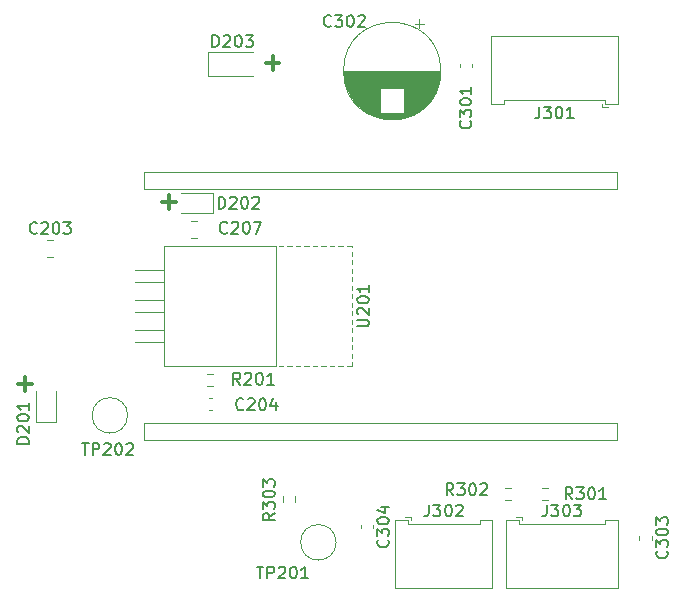
<source format=gbr>
%TF.GenerationSoftware,KiCad,Pcbnew,9.0.4*%
%TF.CreationDate,2025-12-07T20:14:20+01:00*%
%TF.ProjectId,bluebox,626c7565-626f-4782-9e6b-696361645f70,rev?*%
%TF.SameCoordinates,Original*%
%TF.FileFunction,Legend,Top*%
%TF.FilePolarity,Positive*%
%FSLAX46Y46*%
G04 Gerber Fmt 4.6, Leading zero omitted, Abs format (unit mm)*
G04 Created by KiCad (PCBNEW 9.0.4) date 2025-12-07 20:14:20*
%MOMM*%
%LPD*%
G01*
G04 APERTURE LIST*
%ADD10C,0.300000*%
%ADD11C,0.150000*%
%ADD12C,0.120000*%
G04 APERTURE END LIST*
D10*
X154554510Y-79429400D02*
X155697368Y-79429400D01*
X155125939Y-80000828D02*
X155125939Y-78857971D01*
X145804510Y-91179400D02*
X146947368Y-91179400D01*
X146375939Y-91750828D02*
X146375939Y-90607971D01*
X133604510Y-106579400D02*
X134747368Y-106579400D01*
X134175939Y-107150828D02*
X134175939Y-106007971D01*
D11*
X170430952Y-116004819D02*
X170097619Y-115528628D01*
X169859524Y-116004819D02*
X169859524Y-115004819D01*
X169859524Y-115004819D02*
X170240476Y-115004819D01*
X170240476Y-115004819D02*
X170335714Y-115052438D01*
X170335714Y-115052438D02*
X170383333Y-115100057D01*
X170383333Y-115100057D02*
X170430952Y-115195295D01*
X170430952Y-115195295D02*
X170430952Y-115338152D01*
X170430952Y-115338152D02*
X170383333Y-115433390D01*
X170383333Y-115433390D02*
X170335714Y-115481009D01*
X170335714Y-115481009D02*
X170240476Y-115528628D01*
X170240476Y-115528628D02*
X169859524Y-115528628D01*
X170764286Y-115004819D02*
X171383333Y-115004819D01*
X171383333Y-115004819D02*
X171050000Y-115385771D01*
X171050000Y-115385771D02*
X171192857Y-115385771D01*
X171192857Y-115385771D02*
X171288095Y-115433390D01*
X171288095Y-115433390D02*
X171335714Y-115481009D01*
X171335714Y-115481009D02*
X171383333Y-115576247D01*
X171383333Y-115576247D02*
X171383333Y-115814342D01*
X171383333Y-115814342D02*
X171335714Y-115909580D01*
X171335714Y-115909580D02*
X171288095Y-115957200D01*
X171288095Y-115957200D02*
X171192857Y-116004819D01*
X171192857Y-116004819D02*
X170907143Y-116004819D01*
X170907143Y-116004819D02*
X170811905Y-115957200D01*
X170811905Y-115957200D02*
X170764286Y-115909580D01*
X172002381Y-115004819D02*
X172097619Y-115004819D01*
X172097619Y-115004819D02*
X172192857Y-115052438D01*
X172192857Y-115052438D02*
X172240476Y-115100057D01*
X172240476Y-115100057D02*
X172288095Y-115195295D01*
X172288095Y-115195295D02*
X172335714Y-115385771D01*
X172335714Y-115385771D02*
X172335714Y-115623866D01*
X172335714Y-115623866D02*
X172288095Y-115814342D01*
X172288095Y-115814342D02*
X172240476Y-115909580D01*
X172240476Y-115909580D02*
X172192857Y-115957200D01*
X172192857Y-115957200D02*
X172097619Y-116004819D01*
X172097619Y-116004819D02*
X172002381Y-116004819D01*
X172002381Y-116004819D02*
X171907143Y-115957200D01*
X171907143Y-115957200D02*
X171859524Y-115909580D01*
X171859524Y-115909580D02*
X171811905Y-115814342D01*
X171811905Y-115814342D02*
X171764286Y-115623866D01*
X171764286Y-115623866D02*
X171764286Y-115385771D01*
X171764286Y-115385771D02*
X171811905Y-115195295D01*
X171811905Y-115195295D02*
X171859524Y-115100057D01*
X171859524Y-115100057D02*
X171907143Y-115052438D01*
X171907143Y-115052438D02*
X172002381Y-115004819D01*
X172716667Y-115100057D02*
X172764286Y-115052438D01*
X172764286Y-115052438D02*
X172859524Y-115004819D01*
X172859524Y-115004819D02*
X173097619Y-115004819D01*
X173097619Y-115004819D02*
X173192857Y-115052438D01*
X173192857Y-115052438D02*
X173240476Y-115100057D01*
X173240476Y-115100057D02*
X173288095Y-115195295D01*
X173288095Y-115195295D02*
X173288095Y-115290533D01*
X173288095Y-115290533D02*
X173240476Y-115433390D01*
X173240476Y-115433390D02*
X172669048Y-116004819D01*
X172669048Y-116004819D02*
X173288095Y-116004819D01*
X150559524Y-91754819D02*
X150559524Y-90754819D01*
X150559524Y-90754819D02*
X150797619Y-90754819D01*
X150797619Y-90754819D02*
X150940476Y-90802438D01*
X150940476Y-90802438D02*
X151035714Y-90897676D01*
X151035714Y-90897676D02*
X151083333Y-90992914D01*
X151083333Y-90992914D02*
X151130952Y-91183390D01*
X151130952Y-91183390D02*
X151130952Y-91326247D01*
X151130952Y-91326247D02*
X151083333Y-91516723D01*
X151083333Y-91516723D02*
X151035714Y-91611961D01*
X151035714Y-91611961D02*
X150940476Y-91707200D01*
X150940476Y-91707200D02*
X150797619Y-91754819D01*
X150797619Y-91754819D02*
X150559524Y-91754819D01*
X151511905Y-90850057D02*
X151559524Y-90802438D01*
X151559524Y-90802438D02*
X151654762Y-90754819D01*
X151654762Y-90754819D02*
X151892857Y-90754819D01*
X151892857Y-90754819D02*
X151988095Y-90802438D01*
X151988095Y-90802438D02*
X152035714Y-90850057D01*
X152035714Y-90850057D02*
X152083333Y-90945295D01*
X152083333Y-90945295D02*
X152083333Y-91040533D01*
X152083333Y-91040533D02*
X152035714Y-91183390D01*
X152035714Y-91183390D02*
X151464286Y-91754819D01*
X151464286Y-91754819D02*
X152083333Y-91754819D01*
X152702381Y-90754819D02*
X152797619Y-90754819D01*
X152797619Y-90754819D02*
X152892857Y-90802438D01*
X152892857Y-90802438D02*
X152940476Y-90850057D01*
X152940476Y-90850057D02*
X152988095Y-90945295D01*
X152988095Y-90945295D02*
X153035714Y-91135771D01*
X153035714Y-91135771D02*
X153035714Y-91373866D01*
X153035714Y-91373866D02*
X152988095Y-91564342D01*
X152988095Y-91564342D02*
X152940476Y-91659580D01*
X152940476Y-91659580D02*
X152892857Y-91707200D01*
X152892857Y-91707200D02*
X152797619Y-91754819D01*
X152797619Y-91754819D02*
X152702381Y-91754819D01*
X152702381Y-91754819D02*
X152607143Y-91707200D01*
X152607143Y-91707200D02*
X152559524Y-91659580D01*
X152559524Y-91659580D02*
X152511905Y-91564342D01*
X152511905Y-91564342D02*
X152464286Y-91373866D01*
X152464286Y-91373866D02*
X152464286Y-91135771D01*
X152464286Y-91135771D02*
X152511905Y-90945295D01*
X152511905Y-90945295D02*
X152559524Y-90850057D01*
X152559524Y-90850057D02*
X152607143Y-90802438D01*
X152607143Y-90802438D02*
X152702381Y-90754819D01*
X153416667Y-90850057D02*
X153464286Y-90802438D01*
X153464286Y-90802438D02*
X153559524Y-90754819D01*
X153559524Y-90754819D02*
X153797619Y-90754819D01*
X153797619Y-90754819D02*
X153892857Y-90802438D01*
X153892857Y-90802438D02*
X153940476Y-90850057D01*
X153940476Y-90850057D02*
X153988095Y-90945295D01*
X153988095Y-90945295D02*
X153988095Y-91040533D01*
X153988095Y-91040533D02*
X153940476Y-91183390D01*
X153940476Y-91183390D02*
X153369048Y-91754819D01*
X153369048Y-91754819D02*
X153988095Y-91754819D01*
X150032524Y-78049819D02*
X150032524Y-77049819D01*
X150032524Y-77049819D02*
X150270619Y-77049819D01*
X150270619Y-77049819D02*
X150413476Y-77097438D01*
X150413476Y-77097438D02*
X150508714Y-77192676D01*
X150508714Y-77192676D02*
X150556333Y-77287914D01*
X150556333Y-77287914D02*
X150603952Y-77478390D01*
X150603952Y-77478390D02*
X150603952Y-77621247D01*
X150603952Y-77621247D02*
X150556333Y-77811723D01*
X150556333Y-77811723D02*
X150508714Y-77906961D01*
X150508714Y-77906961D02*
X150413476Y-78002200D01*
X150413476Y-78002200D02*
X150270619Y-78049819D01*
X150270619Y-78049819D02*
X150032524Y-78049819D01*
X150984905Y-77145057D02*
X151032524Y-77097438D01*
X151032524Y-77097438D02*
X151127762Y-77049819D01*
X151127762Y-77049819D02*
X151365857Y-77049819D01*
X151365857Y-77049819D02*
X151461095Y-77097438D01*
X151461095Y-77097438D02*
X151508714Y-77145057D01*
X151508714Y-77145057D02*
X151556333Y-77240295D01*
X151556333Y-77240295D02*
X151556333Y-77335533D01*
X151556333Y-77335533D02*
X151508714Y-77478390D01*
X151508714Y-77478390D02*
X150937286Y-78049819D01*
X150937286Y-78049819D02*
X151556333Y-78049819D01*
X152175381Y-77049819D02*
X152270619Y-77049819D01*
X152270619Y-77049819D02*
X152365857Y-77097438D01*
X152365857Y-77097438D02*
X152413476Y-77145057D01*
X152413476Y-77145057D02*
X152461095Y-77240295D01*
X152461095Y-77240295D02*
X152508714Y-77430771D01*
X152508714Y-77430771D02*
X152508714Y-77668866D01*
X152508714Y-77668866D02*
X152461095Y-77859342D01*
X152461095Y-77859342D02*
X152413476Y-77954580D01*
X152413476Y-77954580D02*
X152365857Y-78002200D01*
X152365857Y-78002200D02*
X152270619Y-78049819D01*
X152270619Y-78049819D02*
X152175381Y-78049819D01*
X152175381Y-78049819D02*
X152080143Y-78002200D01*
X152080143Y-78002200D02*
X152032524Y-77954580D01*
X152032524Y-77954580D02*
X151984905Y-77859342D01*
X151984905Y-77859342D02*
X151937286Y-77668866D01*
X151937286Y-77668866D02*
X151937286Y-77430771D01*
X151937286Y-77430771D02*
X151984905Y-77240295D01*
X151984905Y-77240295D02*
X152032524Y-77145057D01*
X152032524Y-77145057D02*
X152080143Y-77097438D01*
X152080143Y-77097438D02*
X152175381Y-77049819D01*
X152842048Y-77049819D02*
X153461095Y-77049819D01*
X153461095Y-77049819D02*
X153127762Y-77430771D01*
X153127762Y-77430771D02*
X153270619Y-77430771D01*
X153270619Y-77430771D02*
X153365857Y-77478390D01*
X153365857Y-77478390D02*
X153413476Y-77526009D01*
X153413476Y-77526009D02*
X153461095Y-77621247D01*
X153461095Y-77621247D02*
X153461095Y-77859342D01*
X153461095Y-77859342D02*
X153413476Y-77954580D01*
X153413476Y-77954580D02*
X153365857Y-78002200D01*
X153365857Y-78002200D02*
X153270619Y-78049819D01*
X153270619Y-78049819D02*
X152984905Y-78049819D01*
X152984905Y-78049819D02*
X152889667Y-78002200D01*
X152889667Y-78002200D02*
X152842048Y-77954580D01*
X155304819Y-117519047D02*
X154828628Y-117852380D01*
X155304819Y-118090475D02*
X154304819Y-118090475D01*
X154304819Y-118090475D02*
X154304819Y-117709523D01*
X154304819Y-117709523D02*
X154352438Y-117614285D01*
X154352438Y-117614285D02*
X154400057Y-117566666D01*
X154400057Y-117566666D02*
X154495295Y-117519047D01*
X154495295Y-117519047D02*
X154638152Y-117519047D01*
X154638152Y-117519047D02*
X154733390Y-117566666D01*
X154733390Y-117566666D02*
X154781009Y-117614285D01*
X154781009Y-117614285D02*
X154828628Y-117709523D01*
X154828628Y-117709523D02*
X154828628Y-118090475D01*
X154304819Y-117185713D02*
X154304819Y-116566666D01*
X154304819Y-116566666D02*
X154685771Y-116899999D01*
X154685771Y-116899999D02*
X154685771Y-116757142D01*
X154685771Y-116757142D02*
X154733390Y-116661904D01*
X154733390Y-116661904D02*
X154781009Y-116614285D01*
X154781009Y-116614285D02*
X154876247Y-116566666D01*
X154876247Y-116566666D02*
X155114342Y-116566666D01*
X155114342Y-116566666D02*
X155209580Y-116614285D01*
X155209580Y-116614285D02*
X155257200Y-116661904D01*
X155257200Y-116661904D02*
X155304819Y-116757142D01*
X155304819Y-116757142D02*
X155304819Y-117042856D01*
X155304819Y-117042856D02*
X155257200Y-117138094D01*
X155257200Y-117138094D02*
X155209580Y-117185713D01*
X154304819Y-115947618D02*
X154304819Y-115852380D01*
X154304819Y-115852380D02*
X154352438Y-115757142D01*
X154352438Y-115757142D02*
X154400057Y-115709523D01*
X154400057Y-115709523D02*
X154495295Y-115661904D01*
X154495295Y-115661904D02*
X154685771Y-115614285D01*
X154685771Y-115614285D02*
X154923866Y-115614285D01*
X154923866Y-115614285D02*
X155114342Y-115661904D01*
X155114342Y-115661904D02*
X155209580Y-115709523D01*
X155209580Y-115709523D02*
X155257200Y-115757142D01*
X155257200Y-115757142D02*
X155304819Y-115852380D01*
X155304819Y-115852380D02*
X155304819Y-115947618D01*
X155304819Y-115947618D02*
X155257200Y-116042856D01*
X155257200Y-116042856D02*
X155209580Y-116090475D01*
X155209580Y-116090475D02*
X155114342Y-116138094D01*
X155114342Y-116138094D02*
X154923866Y-116185713D01*
X154923866Y-116185713D02*
X154685771Y-116185713D01*
X154685771Y-116185713D02*
X154495295Y-116138094D01*
X154495295Y-116138094D02*
X154400057Y-116090475D01*
X154400057Y-116090475D02*
X154352438Y-116042856D01*
X154352438Y-116042856D02*
X154304819Y-115947618D01*
X154304819Y-115280951D02*
X154304819Y-114661904D01*
X154304819Y-114661904D02*
X154685771Y-114995237D01*
X154685771Y-114995237D02*
X154685771Y-114852380D01*
X154685771Y-114852380D02*
X154733390Y-114757142D01*
X154733390Y-114757142D02*
X154781009Y-114709523D01*
X154781009Y-114709523D02*
X154876247Y-114661904D01*
X154876247Y-114661904D02*
X155114342Y-114661904D01*
X155114342Y-114661904D02*
X155209580Y-114709523D01*
X155209580Y-114709523D02*
X155257200Y-114757142D01*
X155257200Y-114757142D02*
X155304819Y-114852380D01*
X155304819Y-114852380D02*
X155304819Y-115138094D01*
X155304819Y-115138094D02*
X155257200Y-115233332D01*
X155257200Y-115233332D02*
X155209580Y-115280951D01*
X162274819Y-101709285D02*
X163084342Y-101709285D01*
X163084342Y-101709285D02*
X163179580Y-101661666D01*
X163179580Y-101661666D02*
X163227200Y-101614047D01*
X163227200Y-101614047D02*
X163274819Y-101518809D01*
X163274819Y-101518809D02*
X163274819Y-101328333D01*
X163274819Y-101328333D02*
X163227200Y-101233095D01*
X163227200Y-101233095D02*
X163179580Y-101185476D01*
X163179580Y-101185476D02*
X163084342Y-101137857D01*
X163084342Y-101137857D02*
X162274819Y-101137857D01*
X162370057Y-100709285D02*
X162322438Y-100661666D01*
X162322438Y-100661666D02*
X162274819Y-100566428D01*
X162274819Y-100566428D02*
X162274819Y-100328333D01*
X162274819Y-100328333D02*
X162322438Y-100233095D01*
X162322438Y-100233095D02*
X162370057Y-100185476D01*
X162370057Y-100185476D02*
X162465295Y-100137857D01*
X162465295Y-100137857D02*
X162560533Y-100137857D01*
X162560533Y-100137857D02*
X162703390Y-100185476D01*
X162703390Y-100185476D02*
X163274819Y-100756904D01*
X163274819Y-100756904D02*
X163274819Y-100137857D01*
X162274819Y-99518809D02*
X162274819Y-99423571D01*
X162274819Y-99423571D02*
X162322438Y-99328333D01*
X162322438Y-99328333D02*
X162370057Y-99280714D01*
X162370057Y-99280714D02*
X162465295Y-99233095D01*
X162465295Y-99233095D02*
X162655771Y-99185476D01*
X162655771Y-99185476D02*
X162893866Y-99185476D01*
X162893866Y-99185476D02*
X163084342Y-99233095D01*
X163084342Y-99233095D02*
X163179580Y-99280714D01*
X163179580Y-99280714D02*
X163227200Y-99328333D01*
X163227200Y-99328333D02*
X163274819Y-99423571D01*
X163274819Y-99423571D02*
X163274819Y-99518809D01*
X163274819Y-99518809D02*
X163227200Y-99614047D01*
X163227200Y-99614047D02*
X163179580Y-99661666D01*
X163179580Y-99661666D02*
X163084342Y-99709285D01*
X163084342Y-99709285D02*
X162893866Y-99756904D01*
X162893866Y-99756904D02*
X162655771Y-99756904D01*
X162655771Y-99756904D02*
X162465295Y-99709285D01*
X162465295Y-99709285D02*
X162370057Y-99661666D01*
X162370057Y-99661666D02*
X162322438Y-99614047D01*
X162322438Y-99614047D02*
X162274819Y-99518809D01*
X163274819Y-98233095D02*
X163274819Y-98804523D01*
X163274819Y-98518809D02*
X162274819Y-98518809D01*
X162274819Y-98518809D02*
X162417676Y-98614047D01*
X162417676Y-98614047D02*
X162512914Y-98709285D01*
X162512914Y-98709285D02*
X162560533Y-98804523D01*
X180505952Y-116354819D02*
X180172619Y-115878628D01*
X179934524Y-116354819D02*
X179934524Y-115354819D01*
X179934524Y-115354819D02*
X180315476Y-115354819D01*
X180315476Y-115354819D02*
X180410714Y-115402438D01*
X180410714Y-115402438D02*
X180458333Y-115450057D01*
X180458333Y-115450057D02*
X180505952Y-115545295D01*
X180505952Y-115545295D02*
X180505952Y-115688152D01*
X180505952Y-115688152D02*
X180458333Y-115783390D01*
X180458333Y-115783390D02*
X180410714Y-115831009D01*
X180410714Y-115831009D02*
X180315476Y-115878628D01*
X180315476Y-115878628D02*
X179934524Y-115878628D01*
X180839286Y-115354819D02*
X181458333Y-115354819D01*
X181458333Y-115354819D02*
X181125000Y-115735771D01*
X181125000Y-115735771D02*
X181267857Y-115735771D01*
X181267857Y-115735771D02*
X181363095Y-115783390D01*
X181363095Y-115783390D02*
X181410714Y-115831009D01*
X181410714Y-115831009D02*
X181458333Y-115926247D01*
X181458333Y-115926247D02*
X181458333Y-116164342D01*
X181458333Y-116164342D02*
X181410714Y-116259580D01*
X181410714Y-116259580D02*
X181363095Y-116307200D01*
X181363095Y-116307200D02*
X181267857Y-116354819D01*
X181267857Y-116354819D02*
X180982143Y-116354819D01*
X180982143Y-116354819D02*
X180886905Y-116307200D01*
X180886905Y-116307200D02*
X180839286Y-116259580D01*
X182077381Y-115354819D02*
X182172619Y-115354819D01*
X182172619Y-115354819D02*
X182267857Y-115402438D01*
X182267857Y-115402438D02*
X182315476Y-115450057D01*
X182315476Y-115450057D02*
X182363095Y-115545295D01*
X182363095Y-115545295D02*
X182410714Y-115735771D01*
X182410714Y-115735771D02*
X182410714Y-115973866D01*
X182410714Y-115973866D02*
X182363095Y-116164342D01*
X182363095Y-116164342D02*
X182315476Y-116259580D01*
X182315476Y-116259580D02*
X182267857Y-116307200D01*
X182267857Y-116307200D02*
X182172619Y-116354819D01*
X182172619Y-116354819D02*
X182077381Y-116354819D01*
X182077381Y-116354819D02*
X181982143Y-116307200D01*
X181982143Y-116307200D02*
X181934524Y-116259580D01*
X181934524Y-116259580D02*
X181886905Y-116164342D01*
X181886905Y-116164342D02*
X181839286Y-115973866D01*
X181839286Y-115973866D02*
X181839286Y-115735771D01*
X181839286Y-115735771D02*
X181886905Y-115545295D01*
X181886905Y-115545295D02*
X181934524Y-115450057D01*
X181934524Y-115450057D02*
X181982143Y-115402438D01*
X181982143Y-115402438D02*
X182077381Y-115354819D01*
X183363095Y-116354819D02*
X182791667Y-116354819D01*
X183077381Y-116354819D02*
X183077381Y-115354819D01*
X183077381Y-115354819D02*
X182982143Y-115497676D01*
X182982143Y-115497676D02*
X182886905Y-115592914D01*
X182886905Y-115592914D02*
X182791667Y-115640533D01*
X178334285Y-116804819D02*
X178334285Y-117519104D01*
X178334285Y-117519104D02*
X178286666Y-117661961D01*
X178286666Y-117661961D02*
X178191428Y-117757200D01*
X178191428Y-117757200D02*
X178048571Y-117804819D01*
X178048571Y-117804819D02*
X177953333Y-117804819D01*
X178715238Y-116804819D02*
X179334285Y-116804819D01*
X179334285Y-116804819D02*
X179000952Y-117185771D01*
X179000952Y-117185771D02*
X179143809Y-117185771D01*
X179143809Y-117185771D02*
X179239047Y-117233390D01*
X179239047Y-117233390D02*
X179286666Y-117281009D01*
X179286666Y-117281009D02*
X179334285Y-117376247D01*
X179334285Y-117376247D02*
X179334285Y-117614342D01*
X179334285Y-117614342D02*
X179286666Y-117709580D01*
X179286666Y-117709580D02*
X179239047Y-117757200D01*
X179239047Y-117757200D02*
X179143809Y-117804819D01*
X179143809Y-117804819D02*
X178858095Y-117804819D01*
X178858095Y-117804819D02*
X178762857Y-117757200D01*
X178762857Y-117757200D02*
X178715238Y-117709580D01*
X179953333Y-116804819D02*
X180048571Y-116804819D01*
X180048571Y-116804819D02*
X180143809Y-116852438D01*
X180143809Y-116852438D02*
X180191428Y-116900057D01*
X180191428Y-116900057D02*
X180239047Y-116995295D01*
X180239047Y-116995295D02*
X180286666Y-117185771D01*
X180286666Y-117185771D02*
X180286666Y-117423866D01*
X180286666Y-117423866D02*
X180239047Y-117614342D01*
X180239047Y-117614342D02*
X180191428Y-117709580D01*
X180191428Y-117709580D02*
X180143809Y-117757200D01*
X180143809Y-117757200D02*
X180048571Y-117804819D01*
X180048571Y-117804819D02*
X179953333Y-117804819D01*
X179953333Y-117804819D02*
X179858095Y-117757200D01*
X179858095Y-117757200D02*
X179810476Y-117709580D01*
X179810476Y-117709580D02*
X179762857Y-117614342D01*
X179762857Y-117614342D02*
X179715238Y-117423866D01*
X179715238Y-117423866D02*
X179715238Y-117185771D01*
X179715238Y-117185771D02*
X179762857Y-116995295D01*
X179762857Y-116995295D02*
X179810476Y-116900057D01*
X179810476Y-116900057D02*
X179858095Y-116852438D01*
X179858095Y-116852438D02*
X179953333Y-116804819D01*
X180620000Y-116804819D02*
X181239047Y-116804819D01*
X181239047Y-116804819D02*
X180905714Y-117185771D01*
X180905714Y-117185771D02*
X181048571Y-117185771D01*
X181048571Y-117185771D02*
X181143809Y-117233390D01*
X181143809Y-117233390D02*
X181191428Y-117281009D01*
X181191428Y-117281009D02*
X181239047Y-117376247D01*
X181239047Y-117376247D02*
X181239047Y-117614342D01*
X181239047Y-117614342D02*
X181191428Y-117709580D01*
X181191428Y-117709580D02*
X181143809Y-117757200D01*
X181143809Y-117757200D02*
X181048571Y-117804819D01*
X181048571Y-117804819D02*
X180762857Y-117804819D01*
X180762857Y-117804819D02*
X180667619Y-117757200D01*
X180667619Y-117757200D02*
X180620000Y-117709580D01*
X160080952Y-76259580D02*
X160033333Y-76307200D01*
X160033333Y-76307200D02*
X159890476Y-76354819D01*
X159890476Y-76354819D02*
X159795238Y-76354819D01*
X159795238Y-76354819D02*
X159652381Y-76307200D01*
X159652381Y-76307200D02*
X159557143Y-76211961D01*
X159557143Y-76211961D02*
X159509524Y-76116723D01*
X159509524Y-76116723D02*
X159461905Y-75926247D01*
X159461905Y-75926247D02*
X159461905Y-75783390D01*
X159461905Y-75783390D02*
X159509524Y-75592914D01*
X159509524Y-75592914D02*
X159557143Y-75497676D01*
X159557143Y-75497676D02*
X159652381Y-75402438D01*
X159652381Y-75402438D02*
X159795238Y-75354819D01*
X159795238Y-75354819D02*
X159890476Y-75354819D01*
X159890476Y-75354819D02*
X160033333Y-75402438D01*
X160033333Y-75402438D02*
X160080952Y-75450057D01*
X160414286Y-75354819D02*
X161033333Y-75354819D01*
X161033333Y-75354819D02*
X160700000Y-75735771D01*
X160700000Y-75735771D02*
X160842857Y-75735771D01*
X160842857Y-75735771D02*
X160938095Y-75783390D01*
X160938095Y-75783390D02*
X160985714Y-75831009D01*
X160985714Y-75831009D02*
X161033333Y-75926247D01*
X161033333Y-75926247D02*
X161033333Y-76164342D01*
X161033333Y-76164342D02*
X160985714Y-76259580D01*
X160985714Y-76259580D02*
X160938095Y-76307200D01*
X160938095Y-76307200D02*
X160842857Y-76354819D01*
X160842857Y-76354819D02*
X160557143Y-76354819D01*
X160557143Y-76354819D02*
X160461905Y-76307200D01*
X160461905Y-76307200D02*
X160414286Y-76259580D01*
X161652381Y-75354819D02*
X161747619Y-75354819D01*
X161747619Y-75354819D02*
X161842857Y-75402438D01*
X161842857Y-75402438D02*
X161890476Y-75450057D01*
X161890476Y-75450057D02*
X161938095Y-75545295D01*
X161938095Y-75545295D02*
X161985714Y-75735771D01*
X161985714Y-75735771D02*
X161985714Y-75973866D01*
X161985714Y-75973866D02*
X161938095Y-76164342D01*
X161938095Y-76164342D02*
X161890476Y-76259580D01*
X161890476Y-76259580D02*
X161842857Y-76307200D01*
X161842857Y-76307200D02*
X161747619Y-76354819D01*
X161747619Y-76354819D02*
X161652381Y-76354819D01*
X161652381Y-76354819D02*
X161557143Y-76307200D01*
X161557143Y-76307200D02*
X161509524Y-76259580D01*
X161509524Y-76259580D02*
X161461905Y-76164342D01*
X161461905Y-76164342D02*
X161414286Y-75973866D01*
X161414286Y-75973866D02*
X161414286Y-75735771D01*
X161414286Y-75735771D02*
X161461905Y-75545295D01*
X161461905Y-75545295D02*
X161509524Y-75450057D01*
X161509524Y-75450057D02*
X161557143Y-75402438D01*
X161557143Y-75402438D02*
X161652381Y-75354819D01*
X162366667Y-75450057D02*
X162414286Y-75402438D01*
X162414286Y-75402438D02*
X162509524Y-75354819D01*
X162509524Y-75354819D02*
X162747619Y-75354819D01*
X162747619Y-75354819D02*
X162842857Y-75402438D01*
X162842857Y-75402438D02*
X162890476Y-75450057D01*
X162890476Y-75450057D02*
X162938095Y-75545295D01*
X162938095Y-75545295D02*
X162938095Y-75640533D01*
X162938095Y-75640533D02*
X162890476Y-75783390D01*
X162890476Y-75783390D02*
X162319048Y-76354819D01*
X162319048Y-76354819D02*
X162938095Y-76354819D01*
X135180952Y-93779580D02*
X135133333Y-93827200D01*
X135133333Y-93827200D02*
X134990476Y-93874819D01*
X134990476Y-93874819D02*
X134895238Y-93874819D01*
X134895238Y-93874819D02*
X134752381Y-93827200D01*
X134752381Y-93827200D02*
X134657143Y-93731961D01*
X134657143Y-93731961D02*
X134609524Y-93636723D01*
X134609524Y-93636723D02*
X134561905Y-93446247D01*
X134561905Y-93446247D02*
X134561905Y-93303390D01*
X134561905Y-93303390D02*
X134609524Y-93112914D01*
X134609524Y-93112914D02*
X134657143Y-93017676D01*
X134657143Y-93017676D02*
X134752381Y-92922438D01*
X134752381Y-92922438D02*
X134895238Y-92874819D01*
X134895238Y-92874819D02*
X134990476Y-92874819D01*
X134990476Y-92874819D02*
X135133333Y-92922438D01*
X135133333Y-92922438D02*
X135180952Y-92970057D01*
X135561905Y-92970057D02*
X135609524Y-92922438D01*
X135609524Y-92922438D02*
X135704762Y-92874819D01*
X135704762Y-92874819D02*
X135942857Y-92874819D01*
X135942857Y-92874819D02*
X136038095Y-92922438D01*
X136038095Y-92922438D02*
X136085714Y-92970057D01*
X136085714Y-92970057D02*
X136133333Y-93065295D01*
X136133333Y-93065295D02*
X136133333Y-93160533D01*
X136133333Y-93160533D02*
X136085714Y-93303390D01*
X136085714Y-93303390D02*
X135514286Y-93874819D01*
X135514286Y-93874819D02*
X136133333Y-93874819D01*
X136752381Y-92874819D02*
X136847619Y-92874819D01*
X136847619Y-92874819D02*
X136942857Y-92922438D01*
X136942857Y-92922438D02*
X136990476Y-92970057D01*
X136990476Y-92970057D02*
X137038095Y-93065295D01*
X137038095Y-93065295D02*
X137085714Y-93255771D01*
X137085714Y-93255771D02*
X137085714Y-93493866D01*
X137085714Y-93493866D02*
X137038095Y-93684342D01*
X137038095Y-93684342D02*
X136990476Y-93779580D01*
X136990476Y-93779580D02*
X136942857Y-93827200D01*
X136942857Y-93827200D02*
X136847619Y-93874819D01*
X136847619Y-93874819D02*
X136752381Y-93874819D01*
X136752381Y-93874819D02*
X136657143Y-93827200D01*
X136657143Y-93827200D02*
X136609524Y-93779580D01*
X136609524Y-93779580D02*
X136561905Y-93684342D01*
X136561905Y-93684342D02*
X136514286Y-93493866D01*
X136514286Y-93493866D02*
X136514286Y-93255771D01*
X136514286Y-93255771D02*
X136561905Y-93065295D01*
X136561905Y-93065295D02*
X136609524Y-92970057D01*
X136609524Y-92970057D02*
X136657143Y-92922438D01*
X136657143Y-92922438D02*
X136752381Y-92874819D01*
X137419048Y-92874819D02*
X138038095Y-92874819D01*
X138038095Y-92874819D02*
X137704762Y-93255771D01*
X137704762Y-93255771D02*
X137847619Y-93255771D01*
X137847619Y-93255771D02*
X137942857Y-93303390D01*
X137942857Y-93303390D02*
X137990476Y-93351009D01*
X137990476Y-93351009D02*
X138038095Y-93446247D01*
X138038095Y-93446247D02*
X138038095Y-93684342D01*
X138038095Y-93684342D02*
X137990476Y-93779580D01*
X137990476Y-93779580D02*
X137942857Y-93827200D01*
X137942857Y-93827200D02*
X137847619Y-93874819D01*
X137847619Y-93874819D02*
X137561905Y-93874819D01*
X137561905Y-93874819D02*
X137466667Y-93827200D01*
X137466667Y-93827200D02*
X137419048Y-93779580D01*
X168339285Y-116804819D02*
X168339285Y-117519104D01*
X168339285Y-117519104D02*
X168291666Y-117661961D01*
X168291666Y-117661961D02*
X168196428Y-117757200D01*
X168196428Y-117757200D02*
X168053571Y-117804819D01*
X168053571Y-117804819D02*
X167958333Y-117804819D01*
X168720238Y-116804819D02*
X169339285Y-116804819D01*
X169339285Y-116804819D02*
X169005952Y-117185771D01*
X169005952Y-117185771D02*
X169148809Y-117185771D01*
X169148809Y-117185771D02*
X169244047Y-117233390D01*
X169244047Y-117233390D02*
X169291666Y-117281009D01*
X169291666Y-117281009D02*
X169339285Y-117376247D01*
X169339285Y-117376247D02*
X169339285Y-117614342D01*
X169339285Y-117614342D02*
X169291666Y-117709580D01*
X169291666Y-117709580D02*
X169244047Y-117757200D01*
X169244047Y-117757200D02*
X169148809Y-117804819D01*
X169148809Y-117804819D02*
X168863095Y-117804819D01*
X168863095Y-117804819D02*
X168767857Y-117757200D01*
X168767857Y-117757200D02*
X168720238Y-117709580D01*
X169958333Y-116804819D02*
X170053571Y-116804819D01*
X170053571Y-116804819D02*
X170148809Y-116852438D01*
X170148809Y-116852438D02*
X170196428Y-116900057D01*
X170196428Y-116900057D02*
X170244047Y-116995295D01*
X170244047Y-116995295D02*
X170291666Y-117185771D01*
X170291666Y-117185771D02*
X170291666Y-117423866D01*
X170291666Y-117423866D02*
X170244047Y-117614342D01*
X170244047Y-117614342D02*
X170196428Y-117709580D01*
X170196428Y-117709580D02*
X170148809Y-117757200D01*
X170148809Y-117757200D02*
X170053571Y-117804819D01*
X170053571Y-117804819D02*
X169958333Y-117804819D01*
X169958333Y-117804819D02*
X169863095Y-117757200D01*
X169863095Y-117757200D02*
X169815476Y-117709580D01*
X169815476Y-117709580D02*
X169767857Y-117614342D01*
X169767857Y-117614342D02*
X169720238Y-117423866D01*
X169720238Y-117423866D02*
X169720238Y-117185771D01*
X169720238Y-117185771D02*
X169767857Y-116995295D01*
X169767857Y-116995295D02*
X169815476Y-116900057D01*
X169815476Y-116900057D02*
X169863095Y-116852438D01*
X169863095Y-116852438D02*
X169958333Y-116804819D01*
X170672619Y-116900057D02*
X170720238Y-116852438D01*
X170720238Y-116852438D02*
X170815476Y-116804819D01*
X170815476Y-116804819D02*
X171053571Y-116804819D01*
X171053571Y-116804819D02*
X171148809Y-116852438D01*
X171148809Y-116852438D02*
X171196428Y-116900057D01*
X171196428Y-116900057D02*
X171244047Y-116995295D01*
X171244047Y-116995295D02*
X171244047Y-117090533D01*
X171244047Y-117090533D02*
X171196428Y-117233390D01*
X171196428Y-117233390D02*
X170625000Y-117804819D01*
X170625000Y-117804819D02*
X171244047Y-117804819D01*
X138985714Y-111604819D02*
X139557142Y-111604819D01*
X139271428Y-112604819D02*
X139271428Y-111604819D01*
X139890476Y-112604819D02*
X139890476Y-111604819D01*
X139890476Y-111604819D02*
X140271428Y-111604819D01*
X140271428Y-111604819D02*
X140366666Y-111652438D01*
X140366666Y-111652438D02*
X140414285Y-111700057D01*
X140414285Y-111700057D02*
X140461904Y-111795295D01*
X140461904Y-111795295D02*
X140461904Y-111938152D01*
X140461904Y-111938152D02*
X140414285Y-112033390D01*
X140414285Y-112033390D02*
X140366666Y-112081009D01*
X140366666Y-112081009D02*
X140271428Y-112128628D01*
X140271428Y-112128628D02*
X139890476Y-112128628D01*
X140842857Y-111700057D02*
X140890476Y-111652438D01*
X140890476Y-111652438D02*
X140985714Y-111604819D01*
X140985714Y-111604819D02*
X141223809Y-111604819D01*
X141223809Y-111604819D02*
X141319047Y-111652438D01*
X141319047Y-111652438D02*
X141366666Y-111700057D01*
X141366666Y-111700057D02*
X141414285Y-111795295D01*
X141414285Y-111795295D02*
X141414285Y-111890533D01*
X141414285Y-111890533D02*
X141366666Y-112033390D01*
X141366666Y-112033390D02*
X140795238Y-112604819D01*
X140795238Y-112604819D02*
X141414285Y-112604819D01*
X142033333Y-111604819D02*
X142128571Y-111604819D01*
X142128571Y-111604819D02*
X142223809Y-111652438D01*
X142223809Y-111652438D02*
X142271428Y-111700057D01*
X142271428Y-111700057D02*
X142319047Y-111795295D01*
X142319047Y-111795295D02*
X142366666Y-111985771D01*
X142366666Y-111985771D02*
X142366666Y-112223866D01*
X142366666Y-112223866D02*
X142319047Y-112414342D01*
X142319047Y-112414342D02*
X142271428Y-112509580D01*
X142271428Y-112509580D02*
X142223809Y-112557200D01*
X142223809Y-112557200D02*
X142128571Y-112604819D01*
X142128571Y-112604819D02*
X142033333Y-112604819D01*
X142033333Y-112604819D02*
X141938095Y-112557200D01*
X141938095Y-112557200D02*
X141890476Y-112509580D01*
X141890476Y-112509580D02*
X141842857Y-112414342D01*
X141842857Y-112414342D02*
X141795238Y-112223866D01*
X141795238Y-112223866D02*
X141795238Y-111985771D01*
X141795238Y-111985771D02*
X141842857Y-111795295D01*
X141842857Y-111795295D02*
X141890476Y-111700057D01*
X141890476Y-111700057D02*
X141938095Y-111652438D01*
X141938095Y-111652438D02*
X142033333Y-111604819D01*
X142747619Y-111700057D02*
X142795238Y-111652438D01*
X142795238Y-111652438D02*
X142890476Y-111604819D01*
X142890476Y-111604819D02*
X143128571Y-111604819D01*
X143128571Y-111604819D02*
X143223809Y-111652438D01*
X143223809Y-111652438D02*
X143271428Y-111700057D01*
X143271428Y-111700057D02*
X143319047Y-111795295D01*
X143319047Y-111795295D02*
X143319047Y-111890533D01*
X143319047Y-111890533D02*
X143271428Y-112033390D01*
X143271428Y-112033390D02*
X142700000Y-112604819D01*
X142700000Y-112604819D02*
X143319047Y-112604819D01*
X177714285Y-83104819D02*
X177714285Y-83819104D01*
X177714285Y-83819104D02*
X177666666Y-83961961D01*
X177666666Y-83961961D02*
X177571428Y-84057200D01*
X177571428Y-84057200D02*
X177428571Y-84104819D01*
X177428571Y-84104819D02*
X177333333Y-84104819D01*
X178095238Y-83104819D02*
X178714285Y-83104819D01*
X178714285Y-83104819D02*
X178380952Y-83485771D01*
X178380952Y-83485771D02*
X178523809Y-83485771D01*
X178523809Y-83485771D02*
X178619047Y-83533390D01*
X178619047Y-83533390D02*
X178666666Y-83581009D01*
X178666666Y-83581009D02*
X178714285Y-83676247D01*
X178714285Y-83676247D02*
X178714285Y-83914342D01*
X178714285Y-83914342D02*
X178666666Y-84009580D01*
X178666666Y-84009580D02*
X178619047Y-84057200D01*
X178619047Y-84057200D02*
X178523809Y-84104819D01*
X178523809Y-84104819D02*
X178238095Y-84104819D01*
X178238095Y-84104819D02*
X178142857Y-84057200D01*
X178142857Y-84057200D02*
X178095238Y-84009580D01*
X179333333Y-83104819D02*
X179428571Y-83104819D01*
X179428571Y-83104819D02*
X179523809Y-83152438D01*
X179523809Y-83152438D02*
X179571428Y-83200057D01*
X179571428Y-83200057D02*
X179619047Y-83295295D01*
X179619047Y-83295295D02*
X179666666Y-83485771D01*
X179666666Y-83485771D02*
X179666666Y-83723866D01*
X179666666Y-83723866D02*
X179619047Y-83914342D01*
X179619047Y-83914342D02*
X179571428Y-84009580D01*
X179571428Y-84009580D02*
X179523809Y-84057200D01*
X179523809Y-84057200D02*
X179428571Y-84104819D01*
X179428571Y-84104819D02*
X179333333Y-84104819D01*
X179333333Y-84104819D02*
X179238095Y-84057200D01*
X179238095Y-84057200D02*
X179190476Y-84009580D01*
X179190476Y-84009580D02*
X179142857Y-83914342D01*
X179142857Y-83914342D02*
X179095238Y-83723866D01*
X179095238Y-83723866D02*
X179095238Y-83485771D01*
X179095238Y-83485771D02*
X179142857Y-83295295D01*
X179142857Y-83295295D02*
X179190476Y-83200057D01*
X179190476Y-83200057D02*
X179238095Y-83152438D01*
X179238095Y-83152438D02*
X179333333Y-83104819D01*
X180619047Y-84104819D02*
X180047619Y-84104819D01*
X180333333Y-84104819D02*
X180333333Y-83104819D01*
X180333333Y-83104819D02*
X180238095Y-83247676D01*
X180238095Y-83247676D02*
X180142857Y-83342914D01*
X180142857Y-83342914D02*
X180047619Y-83390533D01*
X164889580Y-119794047D02*
X164937200Y-119841666D01*
X164937200Y-119841666D02*
X164984819Y-119984523D01*
X164984819Y-119984523D02*
X164984819Y-120079761D01*
X164984819Y-120079761D02*
X164937200Y-120222618D01*
X164937200Y-120222618D02*
X164841961Y-120317856D01*
X164841961Y-120317856D02*
X164746723Y-120365475D01*
X164746723Y-120365475D02*
X164556247Y-120413094D01*
X164556247Y-120413094D02*
X164413390Y-120413094D01*
X164413390Y-120413094D02*
X164222914Y-120365475D01*
X164222914Y-120365475D02*
X164127676Y-120317856D01*
X164127676Y-120317856D02*
X164032438Y-120222618D01*
X164032438Y-120222618D02*
X163984819Y-120079761D01*
X163984819Y-120079761D02*
X163984819Y-119984523D01*
X163984819Y-119984523D02*
X164032438Y-119841666D01*
X164032438Y-119841666D02*
X164080057Y-119794047D01*
X163984819Y-119460713D02*
X163984819Y-118841666D01*
X163984819Y-118841666D02*
X164365771Y-119174999D01*
X164365771Y-119174999D02*
X164365771Y-119032142D01*
X164365771Y-119032142D02*
X164413390Y-118936904D01*
X164413390Y-118936904D02*
X164461009Y-118889285D01*
X164461009Y-118889285D02*
X164556247Y-118841666D01*
X164556247Y-118841666D02*
X164794342Y-118841666D01*
X164794342Y-118841666D02*
X164889580Y-118889285D01*
X164889580Y-118889285D02*
X164937200Y-118936904D01*
X164937200Y-118936904D02*
X164984819Y-119032142D01*
X164984819Y-119032142D02*
X164984819Y-119317856D01*
X164984819Y-119317856D02*
X164937200Y-119413094D01*
X164937200Y-119413094D02*
X164889580Y-119460713D01*
X163984819Y-118222618D02*
X163984819Y-118127380D01*
X163984819Y-118127380D02*
X164032438Y-118032142D01*
X164032438Y-118032142D02*
X164080057Y-117984523D01*
X164080057Y-117984523D02*
X164175295Y-117936904D01*
X164175295Y-117936904D02*
X164365771Y-117889285D01*
X164365771Y-117889285D02*
X164603866Y-117889285D01*
X164603866Y-117889285D02*
X164794342Y-117936904D01*
X164794342Y-117936904D02*
X164889580Y-117984523D01*
X164889580Y-117984523D02*
X164937200Y-118032142D01*
X164937200Y-118032142D02*
X164984819Y-118127380D01*
X164984819Y-118127380D02*
X164984819Y-118222618D01*
X164984819Y-118222618D02*
X164937200Y-118317856D01*
X164937200Y-118317856D02*
X164889580Y-118365475D01*
X164889580Y-118365475D02*
X164794342Y-118413094D01*
X164794342Y-118413094D02*
X164603866Y-118460713D01*
X164603866Y-118460713D02*
X164365771Y-118460713D01*
X164365771Y-118460713D02*
X164175295Y-118413094D01*
X164175295Y-118413094D02*
X164080057Y-118365475D01*
X164080057Y-118365475D02*
X164032438Y-118317856D01*
X164032438Y-118317856D02*
X163984819Y-118222618D01*
X164318152Y-117032142D02*
X164984819Y-117032142D01*
X163937200Y-117270237D02*
X164651485Y-117508332D01*
X164651485Y-117508332D02*
X164651485Y-116889285D01*
X188489580Y-120744047D02*
X188537200Y-120791666D01*
X188537200Y-120791666D02*
X188584819Y-120934523D01*
X188584819Y-120934523D02*
X188584819Y-121029761D01*
X188584819Y-121029761D02*
X188537200Y-121172618D01*
X188537200Y-121172618D02*
X188441961Y-121267856D01*
X188441961Y-121267856D02*
X188346723Y-121315475D01*
X188346723Y-121315475D02*
X188156247Y-121363094D01*
X188156247Y-121363094D02*
X188013390Y-121363094D01*
X188013390Y-121363094D02*
X187822914Y-121315475D01*
X187822914Y-121315475D02*
X187727676Y-121267856D01*
X187727676Y-121267856D02*
X187632438Y-121172618D01*
X187632438Y-121172618D02*
X187584819Y-121029761D01*
X187584819Y-121029761D02*
X187584819Y-120934523D01*
X187584819Y-120934523D02*
X187632438Y-120791666D01*
X187632438Y-120791666D02*
X187680057Y-120744047D01*
X187584819Y-120410713D02*
X187584819Y-119791666D01*
X187584819Y-119791666D02*
X187965771Y-120124999D01*
X187965771Y-120124999D02*
X187965771Y-119982142D01*
X187965771Y-119982142D02*
X188013390Y-119886904D01*
X188013390Y-119886904D02*
X188061009Y-119839285D01*
X188061009Y-119839285D02*
X188156247Y-119791666D01*
X188156247Y-119791666D02*
X188394342Y-119791666D01*
X188394342Y-119791666D02*
X188489580Y-119839285D01*
X188489580Y-119839285D02*
X188537200Y-119886904D01*
X188537200Y-119886904D02*
X188584819Y-119982142D01*
X188584819Y-119982142D02*
X188584819Y-120267856D01*
X188584819Y-120267856D02*
X188537200Y-120363094D01*
X188537200Y-120363094D02*
X188489580Y-120410713D01*
X187584819Y-119172618D02*
X187584819Y-119077380D01*
X187584819Y-119077380D02*
X187632438Y-118982142D01*
X187632438Y-118982142D02*
X187680057Y-118934523D01*
X187680057Y-118934523D02*
X187775295Y-118886904D01*
X187775295Y-118886904D02*
X187965771Y-118839285D01*
X187965771Y-118839285D02*
X188203866Y-118839285D01*
X188203866Y-118839285D02*
X188394342Y-118886904D01*
X188394342Y-118886904D02*
X188489580Y-118934523D01*
X188489580Y-118934523D02*
X188537200Y-118982142D01*
X188537200Y-118982142D02*
X188584819Y-119077380D01*
X188584819Y-119077380D02*
X188584819Y-119172618D01*
X188584819Y-119172618D02*
X188537200Y-119267856D01*
X188537200Y-119267856D02*
X188489580Y-119315475D01*
X188489580Y-119315475D02*
X188394342Y-119363094D01*
X188394342Y-119363094D02*
X188203866Y-119410713D01*
X188203866Y-119410713D02*
X187965771Y-119410713D01*
X187965771Y-119410713D02*
X187775295Y-119363094D01*
X187775295Y-119363094D02*
X187680057Y-119315475D01*
X187680057Y-119315475D02*
X187632438Y-119267856D01*
X187632438Y-119267856D02*
X187584819Y-119172618D01*
X187584819Y-118505951D02*
X187584819Y-117886904D01*
X187584819Y-117886904D02*
X187965771Y-118220237D01*
X187965771Y-118220237D02*
X187965771Y-118077380D01*
X187965771Y-118077380D02*
X188013390Y-117982142D01*
X188013390Y-117982142D02*
X188061009Y-117934523D01*
X188061009Y-117934523D02*
X188156247Y-117886904D01*
X188156247Y-117886904D02*
X188394342Y-117886904D01*
X188394342Y-117886904D02*
X188489580Y-117934523D01*
X188489580Y-117934523D02*
X188537200Y-117982142D01*
X188537200Y-117982142D02*
X188584819Y-118077380D01*
X188584819Y-118077380D02*
X188584819Y-118363094D01*
X188584819Y-118363094D02*
X188537200Y-118458332D01*
X188537200Y-118458332D02*
X188489580Y-118505951D01*
X152380952Y-106654819D02*
X152047619Y-106178628D01*
X151809524Y-106654819D02*
X151809524Y-105654819D01*
X151809524Y-105654819D02*
X152190476Y-105654819D01*
X152190476Y-105654819D02*
X152285714Y-105702438D01*
X152285714Y-105702438D02*
X152333333Y-105750057D01*
X152333333Y-105750057D02*
X152380952Y-105845295D01*
X152380952Y-105845295D02*
X152380952Y-105988152D01*
X152380952Y-105988152D02*
X152333333Y-106083390D01*
X152333333Y-106083390D02*
X152285714Y-106131009D01*
X152285714Y-106131009D02*
X152190476Y-106178628D01*
X152190476Y-106178628D02*
X151809524Y-106178628D01*
X152761905Y-105750057D02*
X152809524Y-105702438D01*
X152809524Y-105702438D02*
X152904762Y-105654819D01*
X152904762Y-105654819D02*
X153142857Y-105654819D01*
X153142857Y-105654819D02*
X153238095Y-105702438D01*
X153238095Y-105702438D02*
X153285714Y-105750057D01*
X153285714Y-105750057D02*
X153333333Y-105845295D01*
X153333333Y-105845295D02*
X153333333Y-105940533D01*
X153333333Y-105940533D02*
X153285714Y-106083390D01*
X153285714Y-106083390D02*
X152714286Y-106654819D01*
X152714286Y-106654819D02*
X153333333Y-106654819D01*
X153952381Y-105654819D02*
X154047619Y-105654819D01*
X154047619Y-105654819D02*
X154142857Y-105702438D01*
X154142857Y-105702438D02*
X154190476Y-105750057D01*
X154190476Y-105750057D02*
X154238095Y-105845295D01*
X154238095Y-105845295D02*
X154285714Y-106035771D01*
X154285714Y-106035771D02*
X154285714Y-106273866D01*
X154285714Y-106273866D02*
X154238095Y-106464342D01*
X154238095Y-106464342D02*
X154190476Y-106559580D01*
X154190476Y-106559580D02*
X154142857Y-106607200D01*
X154142857Y-106607200D02*
X154047619Y-106654819D01*
X154047619Y-106654819D02*
X153952381Y-106654819D01*
X153952381Y-106654819D02*
X153857143Y-106607200D01*
X153857143Y-106607200D02*
X153809524Y-106559580D01*
X153809524Y-106559580D02*
X153761905Y-106464342D01*
X153761905Y-106464342D02*
X153714286Y-106273866D01*
X153714286Y-106273866D02*
X153714286Y-106035771D01*
X153714286Y-106035771D02*
X153761905Y-105845295D01*
X153761905Y-105845295D02*
X153809524Y-105750057D01*
X153809524Y-105750057D02*
X153857143Y-105702438D01*
X153857143Y-105702438D02*
X153952381Y-105654819D01*
X155238095Y-106654819D02*
X154666667Y-106654819D01*
X154952381Y-106654819D02*
X154952381Y-105654819D01*
X154952381Y-105654819D02*
X154857143Y-105797676D01*
X154857143Y-105797676D02*
X154761905Y-105892914D01*
X154761905Y-105892914D02*
X154666667Y-105940533D01*
X151280952Y-93759580D02*
X151233333Y-93807200D01*
X151233333Y-93807200D02*
X151090476Y-93854819D01*
X151090476Y-93854819D02*
X150995238Y-93854819D01*
X150995238Y-93854819D02*
X150852381Y-93807200D01*
X150852381Y-93807200D02*
X150757143Y-93711961D01*
X150757143Y-93711961D02*
X150709524Y-93616723D01*
X150709524Y-93616723D02*
X150661905Y-93426247D01*
X150661905Y-93426247D02*
X150661905Y-93283390D01*
X150661905Y-93283390D02*
X150709524Y-93092914D01*
X150709524Y-93092914D02*
X150757143Y-92997676D01*
X150757143Y-92997676D02*
X150852381Y-92902438D01*
X150852381Y-92902438D02*
X150995238Y-92854819D01*
X150995238Y-92854819D02*
X151090476Y-92854819D01*
X151090476Y-92854819D02*
X151233333Y-92902438D01*
X151233333Y-92902438D02*
X151280952Y-92950057D01*
X151661905Y-92950057D02*
X151709524Y-92902438D01*
X151709524Y-92902438D02*
X151804762Y-92854819D01*
X151804762Y-92854819D02*
X152042857Y-92854819D01*
X152042857Y-92854819D02*
X152138095Y-92902438D01*
X152138095Y-92902438D02*
X152185714Y-92950057D01*
X152185714Y-92950057D02*
X152233333Y-93045295D01*
X152233333Y-93045295D02*
X152233333Y-93140533D01*
X152233333Y-93140533D02*
X152185714Y-93283390D01*
X152185714Y-93283390D02*
X151614286Y-93854819D01*
X151614286Y-93854819D02*
X152233333Y-93854819D01*
X152852381Y-92854819D02*
X152947619Y-92854819D01*
X152947619Y-92854819D02*
X153042857Y-92902438D01*
X153042857Y-92902438D02*
X153090476Y-92950057D01*
X153090476Y-92950057D02*
X153138095Y-93045295D01*
X153138095Y-93045295D02*
X153185714Y-93235771D01*
X153185714Y-93235771D02*
X153185714Y-93473866D01*
X153185714Y-93473866D02*
X153138095Y-93664342D01*
X153138095Y-93664342D02*
X153090476Y-93759580D01*
X153090476Y-93759580D02*
X153042857Y-93807200D01*
X153042857Y-93807200D02*
X152947619Y-93854819D01*
X152947619Y-93854819D02*
X152852381Y-93854819D01*
X152852381Y-93854819D02*
X152757143Y-93807200D01*
X152757143Y-93807200D02*
X152709524Y-93759580D01*
X152709524Y-93759580D02*
X152661905Y-93664342D01*
X152661905Y-93664342D02*
X152614286Y-93473866D01*
X152614286Y-93473866D02*
X152614286Y-93235771D01*
X152614286Y-93235771D02*
X152661905Y-93045295D01*
X152661905Y-93045295D02*
X152709524Y-92950057D01*
X152709524Y-92950057D02*
X152757143Y-92902438D01*
X152757143Y-92902438D02*
X152852381Y-92854819D01*
X153519048Y-92854819D02*
X154185714Y-92854819D01*
X154185714Y-92854819D02*
X153757143Y-93854819D01*
X153785714Y-122054819D02*
X154357142Y-122054819D01*
X154071428Y-123054819D02*
X154071428Y-122054819D01*
X154690476Y-123054819D02*
X154690476Y-122054819D01*
X154690476Y-122054819D02*
X155071428Y-122054819D01*
X155071428Y-122054819D02*
X155166666Y-122102438D01*
X155166666Y-122102438D02*
X155214285Y-122150057D01*
X155214285Y-122150057D02*
X155261904Y-122245295D01*
X155261904Y-122245295D02*
X155261904Y-122388152D01*
X155261904Y-122388152D02*
X155214285Y-122483390D01*
X155214285Y-122483390D02*
X155166666Y-122531009D01*
X155166666Y-122531009D02*
X155071428Y-122578628D01*
X155071428Y-122578628D02*
X154690476Y-122578628D01*
X155642857Y-122150057D02*
X155690476Y-122102438D01*
X155690476Y-122102438D02*
X155785714Y-122054819D01*
X155785714Y-122054819D02*
X156023809Y-122054819D01*
X156023809Y-122054819D02*
X156119047Y-122102438D01*
X156119047Y-122102438D02*
X156166666Y-122150057D01*
X156166666Y-122150057D02*
X156214285Y-122245295D01*
X156214285Y-122245295D02*
X156214285Y-122340533D01*
X156214285Y-122340533D02*
X156166666Y-122483390D01*
X156166666Y-122483390D02*
X155595238Y-123054819D01*
X155595238Y-123054819D02*
X156214285Y-123054819D01*
X156833333Y-122054819D02*
X156928571Y-122054819D01*
X156928571Y-122054819D02*
X157023809Y-122102438D01*
X157023809Y-122102438D02*
X157071428Y-122150057D01*
X157071428Y-122150057D02*
X157119047Y-122245295D01*
X157119047Y-122245295D02*
X157166666Y-122435771D01*
X157166666Y-122435771D02*
X157166666Y-122673866D01*
X157166666Y-122673866D02*
X157119047Y-122864342D01*
X157119047Y-122864342D02*
X157071428Y-122959580D01*
X157071428Y-122959580D02*
X157023809Y-123007200D01*
X157023809Y-123007200D02*
X156928571Y-123054819D01*
X156928571Y-123054819D02*
X156833333Y-123054819D01*
X156833333Y-123054819D02*
X156738095Y-123007200D01*
X156738095Y-123007200D02*
X156690476Y-122959580D01*
X156690476Y-122959580D02*
X156642857Y-122864342D01*
X156642857Y-122864342D02*
X156595238Y-122673866D01*
X156595238Y-122673866D02*
X156595238Y-122435771D01*
X156595238Y-122435771D02*
X156642857Y-122245295D01*
X156642857Y-122245295D02*
X156690476Y-122150057D01*
X156690476Y-122150057D02*
X156738095Y-122102438D01*
X156738095Y-122102438D02*
X156833333Y-122054819D01*
X158119047Y-123054819D02*
X157547619Y-123054819D01*
X157833333Y-123054819D02*
X157833333Y-122054819D01*
X157833333Y-122054819D02*
X157738095Y-122197676D01*
X157738095Y-122197676D02*
X157642857Y-122292914D01*
X157642857Y-122292914D02*
X157547619Y-122340533D01*
X152655952Y-108709580D02*
X152608333Y-108757200D01*
X152608333Y-108757200D02*
X152465476Y-108804819D01*
X152465476Y-108804819D02*
X152370238Y-108804819D01*
X152370238Y-108804819D02*
X152227381Y-108757200D01*
X152227381Y-108757200D02*
X152132143Y-108661961D01*
X152132143Y-108661961D02*
X152084524Y-108566723D01*
X152084524Y-108566723D02*
X152036905Y-108376247D01*
X152036905Y-108376247D02*
X152036905Y-108233390D01*
X152036905Y-108233390D02*
X152084524Y-108042914D01*
X152084524Y-108042914D02*
X152132143Y-107947676D01*
X152132143Y-107947676D02*
X152227381Y-107852438D01*
X152227381Y-107852438D02*
X152370238Y-107804819D01*
X152370238Y-107804819D02*
X152465476Y-107804819D01*
X152465476Y-107804819D02*
X152608333Y-107852438D01*
X152608333Y-107852438D02*
X152655952Y-107900057D01*
X153036905Y-107900057D02*
X153084524Y-107852438D01*
X153084524Y-107852438D02*
X153179762Y-107804819D01*
X153179762Y-107804819D02*
X153417857Y-107804819D01*
X153417857Y-107804819D02*
X153513095Y-107852438D01*
X153513095Y-107852438D02*
X153560714Y-107900057D01*
X153560714Y-107900057D02*
X153608333Y-107995295D01*
X153608333Y-107995295D02*
X153608333Y-108090533D01*
X153608333Y-108090533D02*
X153560714Y-108233390D01*
X153560714Y-108233390D02*
X152989286Y-108804819D01*
X152989286Y-108804819D02*
X153608333Y-108804819D01*
X154227381Y-107804819D02*
X154322619Y-107804819D01*
X154322619Y-107804819D02*
X154417857Y-107852438D01*
X154417857Y-107852438D02*
X154465476Y-107900057D01*
X154465476Y-107900057D02*
X154513095Y-107995295D01*
X154513095Y-107995295D02*
X154560714Y-108185771D01*
X154560714Y-108185771D02*
X154560714Y-108423866D01*
X154560714Y-108423866D02*
X154513095Y-108614342D01*
X154513095Y-108614342D02*
X154465476Y-108709580D01*
X154465476Y-108709580D02*
X154417857Y-108757200D01*
X154417857Y-108757200D02*
X154322619Y-108804819D01*
X154322619Y-108804819D02*
X154227381Y-108804819D01*
X154227381Y-108804819D02*
X154132143Y-108757200D01*
X154132143Y-108757200D02*
X154084524Y-108709580D01*
X154084524Y-108709580D02*
X154036905Y-108614342D01*
X154036905Y-108614342D02*
X153989286Y-108423866D01*
X153989286Y-108423866D02*
X153989286Y-108185771D01*
X153989286Y-108185771D02*
X154036905Y-107995295D01*
X154036905Y-107995295D02*
X154084524Y-107900057D01*
X154084524Y-107900057D02*
X154132143Y-107852438D01*
X154132143Y-107852438D02*
X154227381Y-107804819D01*
X155417857Y-108138152D02*
X155417857Y-108804819D01*
X155179762Y-107757200D02*
X154941667Y-108471485D01*
X154941667Y-108471485D02*
X155560714Y-108471485D01*
X134504819Y-111640475D02*
X133504819Y-111640475D01*
X133504819Y-111640475D02*
X133504819Y-111402380D01*
X133504819Y-111402380D02*
X133552438Y-111259523D01*
X133552438Y-111259523D02*
X133647676Y-111164285D01*
X133647676Y-111164285D02*
X133742914Y-111116666D01*
X133742914Y-111116666D02*
X133933390Y-111069047D01*
X133933390Y-111069047D02*
X134076247Y-111069047D01*
X134076247Y-111069047D02*
X134266723Y-111116666D01*
X134266723Y-111116666D02*
X134361961Y-111164285D01*
X134361961Y-111164285D02*
X134457200Y-111259523D01*
X134457200Y-111259523D02*
X134504819Y-111402380D01*
X134504819Y-111402380D02*
X134504819Y-111640475D01*
X133600057Y-110688094D02*
X133552438Y-110640475D01*
X133552438Y-110640475D02*
X133504819Y-110545237D01*
X133504819Y-110545237D02*
X133504819Y-110307142D01*
X133504819Y-110307142D02*
X133552438Y-110211904D01*
X133552438Y-110211904D02*
X133600057Y-110164285D01*
X133600057Y-110164285D02*
X133695295Y-110116666D01*
X133695295Y-110116666D02*
X133790533Y-110116666D01*
X133790533Y-110116666D02*
X133933390Y-110164285D01*
X133933390Y-110164285D02*
X134504819Y-110735713D01*
X134504819Y-110735713D02*
X134504819Y-110116666D01*
X133504819Y-109497618D02*
X133504819Y-109402380D01*
X133504819Y-109402380D02*
X133552438Y-109307142D01*
X133552438Y-109307142D02*
X133600057Y-109259523D01*
X133600057Y-109259523D02*
X133695295Y-109211904D01*
X133695295Y-109211904D02*
X133885771Y-109164285D01*
X133885771Y-109164285D02*
X134123866Y-109164285D01*
X134123866Y-109164285D02*
X134314342Y-109211904D01*
X134314342Y-109211904D02*
X134409580Y-109259523D01*
X134409580Y-109259523D02*
X134457200Y-109307142D01*
X134457200Y-109307142D02*
X134504819Y-109402380D01*
X134504819Y-109402380D02*
X134504819Y-109497618D01*
X134504819Y-109497618D02*
X134457200Y-109592856D01*
X134457200Y-109592856D02*
X134409580Y-109640475D01*
X134409580Y-109640475D02*
X134314342Y-109688094D01*
X134314342Y-109688094D02*
X134123866Y-109735713D01*
X134123866Y-109735713D02*
X133885771Y-109735713D01*
X133885771Y-109735713D02*
X133695295Y-109688094D01*
X133695295Y-109688094D02*
X133600057Y-109640475D01*
X133600057Y-109640475D02*
X133552438Y-109592856D01*
X133552438Y-109592856D02*
X133504819Y-109497618D01*
X134504819Y-108211904D02*
X134504819Y-108783332D01*
X134504819Y-108497618D02*
X133504819Y-108497618D01*
X133504819Y-108497618D02*
X133647676Y-108592856D01*
X133647676Y-108592856D02*
X133742914Y-108688094D01*
X133742914Y-108688094D02*
X133790533Y-108783332D01*
X171859580Y-84319047D02*
X171907200Y-84366666D01*
X171907200Y-84366666D02*
X171954819Y-84509523D01*
X171954819Y-84509523D02*
X171954819Y-84604761D01*
X171954819Y-84604761D02*
X171907200Y-84747618D01*
X171907200Y-84747618D02*
X171811961Y-84842856D01*
X171811961Y-84842856D02*
X171716723Y-84890475D01*
X171716723Y-84890475D02*
X171526247Y-84938094D01*
X171526247Y-84938094D02*
X171383390Y-84938094D01*
X171383390Y-84938094D02*
X171192914Y-84890475D01*
X171192914Y-84890475D02*
X171097676Y-84842856D01*
X171097676Y-84842856D02*
X171002438Y-84747618D01*
X171002438Y-84747618D02*
X170954819Y-84604761D01*
X170954819Y-84604761D02*
X170954819Y-84509523D01*
X170954819Y-84509523D02*
X171002438Y-84366666D01*
X171002438Y-84366666D02*
X171050057Y-84319047D01*
X170954819Y-83985713D02*
X170954819Y-83366666D01*
X170954819Y-83366666D02*
X171335771Y-83699999D01*
X171335771Y-83699999D02*
X171335771Y-83557142D01*
X171335771Y-83557142D02*
X171383390Y-83461904D01*
X171383390Y-83461904D02*
X171431009Y-83414285D01*
X171431009Y-83414285D02*
X171526247Y-83366666D01*
X171526247Y-83366666D02*
X171764342Y-83366666D01*
X171764342Y-83366666D02*
X171859580Y-83414285D01*
X171859580Y-83414285D02*
X171907200Y-83461904D01*
X171907200Y-83461904D02*
X171954819Y-83557142D01*
X171954819Y-83557142D02*
X171954819Y-83842856D01*
X171954819Y-83842856D02*
X171907200Y-83938094D01*
X171907200Y-83938094D02*
X171859580Y-83985713D01*
X170954819Y-82747618D02*
X170954819Y-82652380D01*
X170954819Y-82652380D02*
X171002438Y-82557142D01*
X171002438Y-82557142D02*
X171050057Y-82509523D01*
X171050057Y-82509523D02*
X171145295Y-82461904D01*
X171145295Y-82461904D02*
X171335771Y-82414285D01*
X171335771Y-82414285D02*
X171573866Y-82414285D01*
X171573866Y-82414285D02*
X171764342Y-82461904D01*
X171764342Y-82461904D02*
X171859580Y-82509523D01*
X171859580Y-82509523D02*
X171907200Y-82557142D01*
X171907200Y-82557142D02*
X171954819Y-82652380D01*
X171954819Y-82652380D02*
X171954819Y-82747618D01*
X171954819Y-82747618D02*
X171907200Y-82842856D01*
X171907200Y-82842856D02*
X171859580Y-82890475D01*
X171859580Y-82890475D02*
X171764342Y-82938094D01*
X171764342Y-82938094D02*
X171573866Y-82985713D01*
X171573866Y-82985713D02*
X171335771Y-82985713D01*
X171335771Y-82985713D02*
X171145295Y-82938094D01*
X171145295Y-82938094D02*
X171050057Y-82890475D01*
X171050057Y-82890475D02*
X171002438Y-82842856D01*
X171002438Y-82842856D02*
X170954819Y-82747618D01*
X171954819Y-81461904D02*
X171954819Y-82033332D01*
X171954819Y-81747618D02*
X170954819Y-81747618D01*
X170954819Y-81747618D02*
X171097676Y-81842856D01*
X171097676Y-81842856D02*
X171192914Y-81938094D01*
X171192914Y-81938094D02*
X171240533Y-82033332D01*
D12*
%TO.C,R302*%
X174812742Y-115377500D02*
X175287258Y-115377500D01*
X174812742Y-116422500D02*
X175287258Y-116422500D01*
%TO.C,D202*%
X150060000Y-90400000D02*
X147400000Y-90400000D01*
X150060000Y-92100000D02*
X147400000Y-92100000D01*
X150060000Y-92100000D02*
X150060000Y-90400000D01*
%TO.C,D203*%
X149640000Y-78500000D02*
X149640000Y-80500000D01*
X149640000Y-78500000D02*
X153500000Y-78500000D01*
X149640000Y-80500000D02*
X153500000Y-80500000D01*
%TO.C,R303*%
X155977500Y-116112742D02*
X155977500Y-116587258D01*
X157022500Y-116112742D02*
X157022500Y-116587258D01*
%TO.C,U201*%
X145940000Y-94885000D02*
X155410000Y-94885000D01*
X145940000Y-96970000D02*
X143500000Y-96970000D01*
X145940000Y-97940000D02*
X143500000Y-97940000D01*
X145940000Y-99510000D02*
X143500000Y-99510000D01*
X145940000Y-100480000D02*
X143500000Y-100480000D01*
X145940000Y-102050000D02*
X143500000Y-102050000D01*
X145940000Y-103020000D02*
X143500000Y-103020000D01*
X145940000Y-105105000D02*
X145940000Y-94885000D01*
X145940000Y-105105000D02*
X155410000Y-105105000D01*
X155410000Y-105105000D02*
X155410000Y-94885000D01*
X155650000Y-94885000D02*
X156010000Y-94885000D01*
X155650000Y-105105000D02*
X156010000Y-105105000D01*
X156370000Y-94885000D02*
X156730000Y-94885000D01*
X156370000Y-105105000D02*
X156730000Y-105105000D01*
X157090000Y-94885000D02*
X157450000Y-94885000D01*
X157090000Y-105105000D02*
X157450000Y-105105000D01*
X157810000Y-94885000D02*
X158170000Y-94885000D01*
X157810000Y-105105000D02*
X158170000Y-105105000D01*
X158530000Y-94885000D02*
X158890000Y-94885000D01*
X158530000Y-105105000D02*
X158890000Y-105105000D01*
X159250000Y-94885000D02*
X159610000Y-94885000D01*
X159250000Y-105105000D02*
X159610000Y-105105000D01*
X159970000Y-94885000D02*
X160330000Y-94885000D01*
X159970000Y-105105000D02*
X160330000Y-105105000D01*
X160690000Y-94885000D02*
X161050000Y-94885000D01*
X160690000Y-105105000D02*
X161050000Y-105105000D01*
X161410000Y-94885000D02*
X161770000Y-94885000D01*
X161410000Y-105105000D02*
X161770000Y-105105000D01*
X161810000Y-95025000D02*
X161810000Y-94885000D01*
X161810000Y-95745000D02*
X161810000Y-95385000D01*
X161810000Y-96465000D02*
X161810000Y-96105000D01*
X161810000Y-97185000D02*
X161810000Y-96825000D01*
X161810000Y-97905000D02*
X161810000Y-97545000D01*
X161810000Y-98625000D02*
X161810000Y-98265000D01*
X161810000Y-99345000D02*
X161810000Y-98985000D01*
X161810000Y-100065000D02*
X161810000Y-99705000D01*
X161810000Y-100785000D02*
X161810000Y-100425000D01*
X161810000Y-101505000D02*
X161810000Y-101145000D01*
X161810000Y-102225000D02*
X161810000Y-101865000D01*
X161810000Y-102945000D02*
X161810000Y-102585000D01*
X161810000Y-103665000D02*
X161810000Y-103305000D01*
X161810000Y-104385000D02*
X161810000Y-104025000D01*
X161810000Y-105105000D02*
X161810000Y-104745000D01*
%TO.C,R301*%
X177937742Y-115377500D02*
X178412258Y-115377500D01*
X177937742Y-116422500D02*
X178412258Y-116422500D01*
%TO.C,J303*%
X174890000Y-118140000D02*
X174890000Y-123860000D01*
X174890000Y-123860000D02*
X179625000Y-123860000D01*
X175960000Y-118140000D02*
X174890000Y-118140000D01*
X175960000Y-118440000D02*
X175960000Y-118140000D01*
X176250000Y-117850000D02*
X175750000Y-117850000D01*
X176250000Y-118150000D02*
X176250000Y-117850000D01*
X179625000Y-118440000D02*
X175960000Y-118440000D01*
X179625000Y-118440000D02*
X183290000Y-118440000D01*
X183290000Y-118140000D02*
X184360000Y-118140000D01*
X183290000Y-118440000D02*
X183290000Y-118140000D01*
X184360000Y-118140000D02*
X184360000Y-123860000D01*
X184360000Y-123860000D02*
X179625000Y-123860000D01*
%TO.C,C302*%
X164210000Y-81577349D02*
X161445000Y-81577349D01*
X164210000Y-81617349D02*
X161461000Y-81617349D01*
X164210000Y-81657349D02*
X161477000Y-81657349D01*
X164210000Y-81697349D02*
X161493000Y-81697349D01*
X164210000Y-81737349D02*
X161510000Y-81737349D01*
X164210000Y-81777349D02*
X161528000Y-81777349D01*
X164210000Y-81817349D02*
X161546000Y-81817349D01*
X164210000Y-81857349D02*
X161565000Y-81857349D01*
X164210000Y-81897349D02*
X161584000Y-81897349D01*
X164210000Y-81937349D02*
X161604000Y-81937349D01*
X164210000Y-81977349D02*
X161624000Y-81977349D01*
X164210000Y-82017349D02*
X161645000Y-82017349D01*
X164210000Y-82057349D02*
X161666000Y-82057349D01*
X164210000Y-82097349D02*
X161688000Y-82097349D01*
X164210000Y-82137349D02*
X161711000Y-82137349D01*
X164210000Y-82177349D02*
X161734000Y-82177349D01*
X164210000Y-82217349D02*
X161757000Y-82217349D01*
X164210000Y-82257349D02*
X161782000Y-82257349D01*
X164210000Y-82297349D02*
X161807000Y-82297349D01*
X164210000Y-82337349D02*
X161832000Y-82337349D01*
X164210000Y-82377349D02*
X161858000Y-82377349D01*
X164210000Y-82417349D02*
X161885000Y-82417349D01*
X164210000Y-82457349D02*
X161913000Y-82457349D01*
X164210000Y-82497349D02*
X161941000Y-82497349D01*
X164210000Y-82537349D02*
X161970000Y-82537349D01*
X164210000Y-82577349D02*
X162000000Y-82577349D01*
X164210000Y-82617349D02*
X162031000Y-82617349D01*
X164210000Y-82657349D02*
X162062000Y-82657349D01*
X164210000Y-82697349D02*
X162094000Y-82697349D01*
X164210000Y-82737349D02*
X162127000Y-82737349D01*
X164210000Y-82777349D02*
X162161000Y-82777349D01*
X164210000Y-82817349D02*
X162195000Y-82817349D01*
X164210000Y-82857349D02*
X162231000Y-82857349D01*
X164210000Y-82897349D02*
X162268000Y-82897349D01*
X164210000Y-82937349D02*
X162305000Y-82937349D01*
X164210000Y-82977349D02*
X162344000Y-82977349D01*
X164210000Y-83017349D02*
X162383000Y-83017349D01*
X164210000Y-83057349D02*
X162424000Y-83057349D01*
X164210000Y-83097349D02*
X162466000Y-83097349D01*
X164210000Y-83137349D02*
X162509000Y-83137349D01*
X164210000Y-83177349D02*
X162554000Y-83177349D01*
X164210000Y-83217349D02*
X162599000Y-83217349D01*
X164210000Y-83257349D02*
X162646000Y-83257349D01*
X164210000Y-83297349D02*
X162695000Y-83297349D01*
X164210000Y-83337349D02*
X162745000Y-83337349D01*
X164210000Y-83377349D02*
X162797000Y-83377349D01*
X164210000Y-83417349D02*
X162850000Y-83417349D01*
X164210000Y-83457349D02*
X162906000Y-83457349D01*
X164210000Y-83497349D02*
X162963000Y-83497349D01*
X164210000Y-83537349D02*
X163023000Y-83537349D01*
X164210000Y-83577349D02*
X163085000Y-83577349D01*
X164210000Y-83617349D02*
X163149000Y-83617349D01*
X165783000Y-84177349D02*
X164717000Y-84177349D01*
X166018000Y-84137349D02*
X164482000Y-84137349D01*
X166197000Y-84097349D02*
X164303000Y-84097349D01*
X166347000Y-84057349D02*
X164153000Y-84057349D01*
X166478000Y-84017349D02*
X164022000Y-84017349D01*
X166596000Y-83977349D02*
X163904000Y-83977349D01*
X166703000Y-83937349D02*
X163797000Y-83937349D01*
X166802000Y-83897349D02*
X163698000Y-83897349D01*
X166894000Y-83857349D02*
X163606000Y-83857349D01*
X166981000Y-83817349D02*
X163519000Y-83817349D01*
X167063000Y-83777349D02*
X163437000Y-83777349D01*
X167140000Y-83737349D02*
X163360000Y-83737349D01*
X167214000Y-83697349D02*
X163286000Y-83697349D01*
X167284000Y-83657349D02*
X163216000Y-83657349D01*
X167351000Y-83617349D02*
X166290000Y-83617349D01*
X167415000Y-83577349D02*
X166290000Y-83577349D01*
X167477000Y-83537349D02*
X166290000Y-83537349D01*
X167537000Y-83497349D02*
X166290000Y-83497349D01*
X167565000Y-75687651D02*
X167565000Y-76487651D01*
X167594000Y-83457349D02*
X166290000Y-83457349D01*
X167650000Y-83417349D02*
X166290000Y-83417349D01*
X167703000Y-83377349D02*
X166290000Y-83377349D01*
X167755000Y-83337349D02*
X166290000Y-83337349D01*
X167805000Y-83297349D02*
X166290000Y-83297349D01*
X167854000Y-83257349D02*
X166290000Y-83257349D01*
X167901000Y-83217349D02*
X166290000Y-83217349D01*
X167946000Y-83177349D02*
X166290000Y-83177349D01*
X167965000Y-76087651D02*
X167165000Y-76087651D01*
X167991000Y-83137349D02*
X166290000Y-83137349D01*
X168034000Y-83097349D02*
X166290000Y-83097349D01*
X168076000Y-83057349D02*
X166290000Y-83057349D01*
X168117000Y-83017349D02*
X166290000Y-83017349D01*
X168156000Y-82977349D02*
X166290000Y-82977349D01*
X168195000Y-82937349D02*
X166290000Y-82937349D01*
X168232000Y-82897349D02*
X166290000Y-82897349D01*
X168269000Y-82857349D02*
X166290000Y-82857349D01*
X168305000Y-82817349D02*
X166290000Y-82817349D01*
X168339000Y-82777349D02*
X166290000Y-82777349D01*
X168373000Y-82737349D02*
X166290000Y-82737349D01*
X168406000Y-82697349D02*
X166290000Y-82697349D01*
X168438000Y-82657349D02*
X166290000Y-82657349D01*
X168469000Y-82617349D02*
X166290000Y-82617349D01*
X168500000Y-82577349D02*
X166290000Y-82577349D01*
X168530000Y-82537349D02*
X166290000Y-82537349D01*
X168559000Y-82497349D02*
X166290000Y-82497349D01*
X168587000Y-82457349D02*
X166290000Y-82457349D01*
X168615000Y-82417349D02*
X166290000Y-82417349D01*
X168642000Y-82377349D02*
X166290000Y-82377349D01*
X168668000Y-82337349D02*
X166290000Y-82337349D01*
X168693000Y-82297349D02*
X166290000Y-82297349D01*
X168718000Y-82257349D02*
X166290000Y-82257349D01*
X168743000Y-82217349D02*
X166290000Y-82217349D01*
X168766000Y-82177349D02*
X166290000Y-82177349D01*
X168789000Y-82137349D02*
X166290000Y-82137349D01*
X168812000Y-82097349D02*
X166290000Y-82097349D01*
X168834000Y-82057349D02*
X166290000Y-82057349D01*
X168855000Y-82017349D02*
X166290000Y-82017349D01*
X168876000Y-81977349D02*
X166290000Y-81977349D01*
X168896000Y-81937349D02*
X166290000Y-81937349D01*
X168916000Y-81897349D02*
X166290000Y-81897349D01*
X168935000Y-81857349D02*
X166290000Y-81857349D01*
X168954000Y-81817349D02*
X166290000Y-81817349D01*
X168972000Y-81777349D02*
X166290000Y-81777349D01*
X168990000Y-81737349D02*
X166290000Y-81737349D01*
X169007000Y-81697349D02*
X166290000Y-81697349D01*
X169023000Y-81657349D02*
X166290000Y-81657349D01*
X169039000Y-81617349D02*
X166290000Y-81617349D01*
X169055000Y-81577349D02*
X166290000Y-81577349D01*
X169070000Y-81537349D02*
X161430000Y-81537349D01*
X169085000Y-81497349D02*
X161415000Y-81497349D01*
X169099000Y-81457349D02*
X161401000Y-81457349D01*
X169113000Y-81417349D02*
X161387000Y-81417349D01*
X169126000Y-81377349D02*
X161374000Y-81377349D01*
X169139000Y-81337349D02*
X161361000Y-81337349D01*
X169151000Y-81297349D02*
X161349000Y-81297349D01*
X169163000Y-81257349D02*
X161337000Y-81257349D01*
X169175000Y-81217349D02*
X161325000Y-81217349D01*
X169186000Y-81177349D02*
X161314000Y-81177349D01*
X169197000Y-81137349D02*
X161303000Y-81137349D01*
X169207000Y-81097349D02*
X161293000Y-81097349D01*
X169217000Y-81057349D02*
X161283000Y-81057349D01*
X169226000Y-81017349D02*
X161274000Y-81017349D01*
X169235000Y-80977349D02*
X161265000Y-80977349D01*
X169243000Y-80937349D02*
X161257000Y-80937349D01*
X169252000Y-80897349D02*
X161248000Y-80897349D01*
X169259000Y-80857349D02*
X161241000Y-80857349D01*
X169267000Y-80817349D02*
X161233000Y-80817349D01*
X169273000Y-80777349D02*
X161227000Y-80777349D01*
X169280000Y-80737349D02*
X161220000Y-80737349D01*
X169286000Y-80697349D02*
X161214000Y-80697349D01*
X169292000Y-80657349D02*
X161208000Y-80657349D01*
X169297000Y-80617349D02*
X161203000Y-80617349D01*
X169302000Y-80577349D02*
X161198000Y-80577349D01*
X169306000Y-80537349D02*
X161194000Y-80537349D01*
X169311000Y-80497349D02*
X161189000Y-80497349D01*
X169314000Y-80457349D02*
X161186000Y-80457349D01*
X169318000Y-80417349D02*
X161182000Y-80417349D01*
X169320000Y-80377349D02*
X161180000Y-80377349D01*
X169323000Y-80337349D02*
X161177000Y-80337349D01*
X169325000Y-80297349D02*
X161175000Y-80297349D01*
X169327000Y-80257349D02*
X161173000Y-80257349D01*
X169328000Y-80217349D02*
X161172000Y-80217349D01*
X169329000Y-80177349D02*
X161171000Y-80177349D01*
X169330000Y-80097349D02*
X161170000Y-80097349D01*
X169330000Y-80137349D02*
X161170000Y-80137349D01*
X169370000Y-80097349D02*
G75*
G02*
X161130000Y-80097349I-4120000J0D01*
G01*
X161130000Y-80097349D02*
G75*
G02*
X169370000Y-80097349I4120000J0D01*
G01*
%TO.C,C203*%
X136038748Y-94365000D02*
X136561252Y-94365000D01*
X136038748Y-95835000D02*
X136561252Y-95835000D01*
%TO.C,J302*%
X165515000Y-118140000D02*
X165515000Y-123860000D01*
X165515000Y-123860000D02*
X169625000Y-123860000D01*
X166585000Y-118140000D02*
X165515000Y-118140000D01*
X166585000Y-118440000D02*
X166585000Y-118140000D01*
X166875000Y-117850000D02*
X166375000Y-117850000D01*
X166875000Y-118150000D02*
X166875000Y-117850000D01*
X169625000Y-118440000D02*
X166585000Y-118440000D01*
X169625000Y-118440000D02*
X172665000Y-118440000D01*
X172665000Y-118140000D02*
X173735000Y-118140000D01*
X172665000Y-118440000D02*
X172665000Y-118140000D01*
X173735000Y-118140000D02*
X173735000Y-123860000D01*
X173735000Y-123860000D02*
X169625000Y-123860000D01*
%TO.C,TP202*%
X142850000Y-109250000D02*
G75*
G02*
X139850000Y-109250000I-1500000J0D01*
G01*
X139850000Y-109250000D02*
G75*
G02*
X142850000Y-109250000I1500000J0D01*
G01*
%TO.C,J301*%
X173640000Y-77140000D02*
X179000000Y-77140000D01*
X173640000Y-82860000D02*
X173640000Y-77140000D01*
X174710000Y-82560000D02*
X174710000Y-82860000D01*
X174710000Y-82860000D02*
X173640000Y-82860000D01*
X179000000Y-82560000D02*
X174710000Y-82560000D01*
X179000000Y-82560000D02*
X183290000Y-82560000D01*
X183000000Y-82850000D02*
X183000000Y-83150000D01*
X183000000Y-83150000D02*
X183500000Y-83150000D01*
X183290000Y-82560000D02*
X183290000Y-82860000D01*
X183290000Y-82860000D02*
X184360000Y-82860000D01*
X184360000Y-77140000D02*
X179000000Y-77140000D01*
X184360000Y-82860000D02*
X184360000Y-77140000D01*
%TO.C,C304*%
X162590000Y-118534420D02*
X162590000Y-118815580D01*
X163610000Y-118534420D02*
X163610000Y-118815580D01*
%TO.C,C303*%
X186190000Y-119484420D02*
X186190000Y-119765580D01*
X187210000Y-119484420D02*
X187210000Y-119765580D01*
%TO.C,R201*%
X150087258Y-105727500D02*
X149612742Y-105727500D01*
X150087258Y-106772500D02*
X149612742Y-106772500D01*
%TO.C,C207*%
X148761252Y-92765000D02*
X148238748Y-92765000D01*
X148761252Y-94235000D02*
X148238748Y-94235000D01*
%TO.C,TP201*%
X160500000Y-120000000D02*
G75*
G02*
X157500000Y-120000000I-1500000J0D01*
G01*
X157500000Y-120000000D02*
G75*
G02*
X160500000Y-120000000I1500000J0D01*
G01*
%TO.C,C204*%
X149709420Y-107790000D02*
X149990580Y-107790000D01*
X149709420Y-108810000D02*
X149990580Y-108810000D01*
%TO.C,D201*%
X135100000Y-109810000D02*
X135100000Y-107150000D01*
X135100000Y-109810000D02*
X136800000Y-109810000D01*
X136800000Y-109810000D02*
X136800000Y-107150000D01*
%TO.C,HS201*%
X144210000Y-90055000D02*
X144210000Y-88625000D01*
X144210000Y-90055000D02*
X182890000Y-90055000D01*
X144210000Y-111365000D02*
X144210000Y-109935000D01*
X182890000Y-90055000D02*
X184310000Y-90055000D01*
X182890000Y-109935000D02*
X144210000Y-109935000D01*
X182890000Y-109935000D02*
X184310000Y-109925000D01*
X184310000Y-88625000D02*
X144210000Y-88625000D01*
X184310000Y-90055000D02*
X184310000Y-88625000D01*
X184310000Y-109925000D02*
X184310000Y-111365000D01*
X184310000Y-111365000D02*
X144210000Y-111365000D01*
%TO.C,C301*%
X170990000Y-79459420D02*
X170990000Y-79740580D01*
X172010000Y-79459420D02*
X172010000Y-79740580D01*
%TD*%
M02*

</source>
